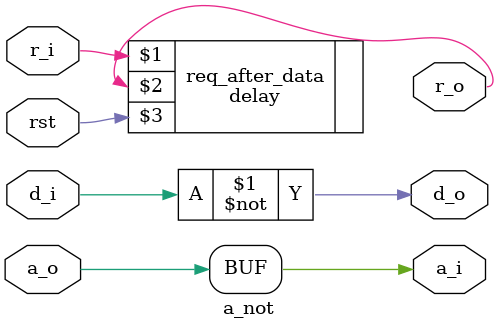
<source format=sv>
`ifndef __not

`include "../delay/delay.sv"

(* keep_hierarchy *)
module a_not #(
  parameter Rpol = 1'b0,

  parameter N = 32'b1
  ) (
    input r_i,
    output a_i,
    input [N-1:0] d_i,

    output r_o,
    input a_o,
    output [N-1:0] d_o,

    input rst);

  delay #(
    .T(32'd2),
    .Rpol(Rpol)
    ) req_after_data (
    r_i, r_o, rst
    );

  assign a_i = a_o;

  assign d_o = ~d_i;

endmodule

`define __not
`endif

</source>
